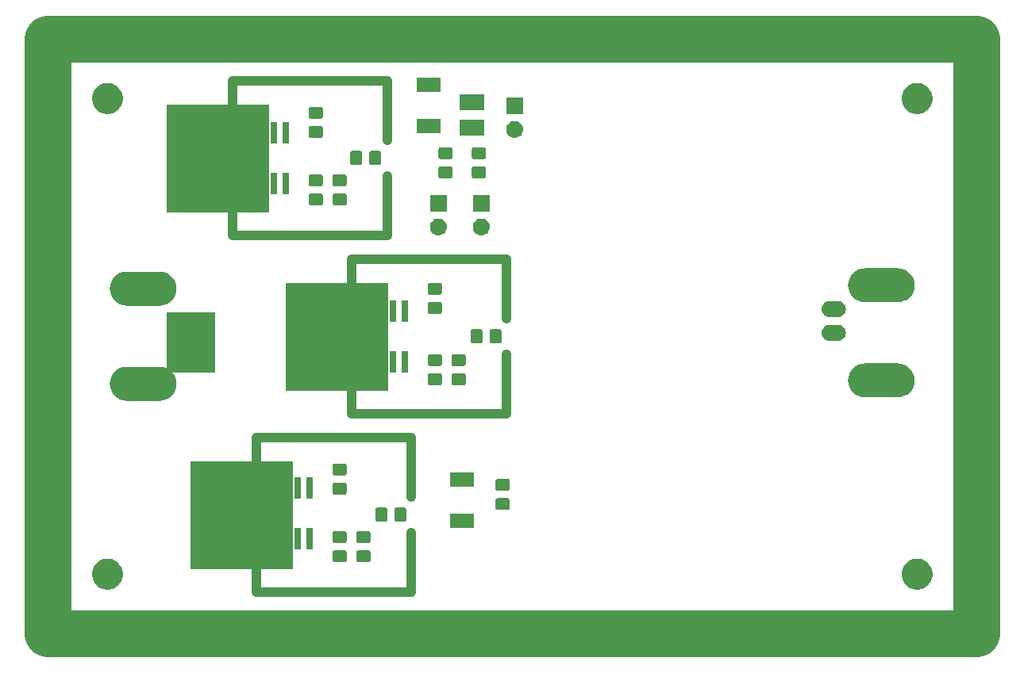
<source format=gbr>
G04 #@! TF.GenerationSoftware,KiCad,Pcbnew,(5.1.0-0)*
G04 #@! TF.CreationDate,2021-05-05T21:59:45-07:00*
G04 #@! TF.ProjectId,voltage_preamp,766f6c74-6167-4655-9f70-7265616d702e,rev?*
G04 #@! TF.SameCoordinates,Original*
G04 #@! TF.FileFunction,Soldermask,Top*
G04 #@! TF.FilePolarity,Negative*
%FSLAX46Y46*%
G04 Gerber Fmt 4.6, Leading zero omitted, Abs format (unit mm)*
G04 Created by KiCad (PCBNEW (5.1.0-0)) date 2021-05-05 21:59:45*
%MOMM*%
%LPD*%
G04 APERTURE LIST*
%ADD10C,0.100000*%
%ADD11C,5.000000*%
%ADD12C,1.000000*%
G04 APERTURE END LIST*
D10*
G36*
X129540000Y-147320000D02*
G01*
X124460000Y-147320000D01*
X124460000Y-140970000D01*
X129540000Y-140970000D01*
X129540000Y-147320000D01*
G37*
X129540000Y-147320000D02*
X124460000Y-147320000D01*
X124460000Y-140970000D01*
X129540000Y-140970000D01*
X129540000Y-147320000D01*
D11*
X111760000Y-111760000D02*
X210820000Y-111760000D01*
X111760000Y-175260000D02*
X111760000Y-111760000D01*
X210820000Y-175260000D02*
X111760000Y-175260000D01*
X210820000Y-111760000D02*
X210820000Y-175260000D01*
D12*
X150495000Y-154305000D02*
X150495000Y-160655000D01*
X133985000Y-154305000D02*
X150495000Y-154305000D01*
X150495000Y-164465000D02*
X150495000Y-170815000D01*
X150495000Y-170815000D02*
X133985000Y-170815000D01*
X133985000Y-154305000D02*
X133985000Y-156845000D01*
X133985000Y-168275000D02*
X133985000Y-170815000D01*
D10*
G36*
X137795000Y-168275000D02*
G01*
X127000000Y-168275000D01*
X127000000Y-156845000D01*
X137795000Y-156845000D01*
X137795000Y-168275000D01*
G37*
X137795000Y-168275000D02*
X127000000Y-168275000D01*
X127000000Y-156845000D01*
X137795000Y-156845000D01*
X137795000Y-168275000D01*
D12*
X160655000Y-135255000D02*
X160655000Y-141605000D01*
X144145000Y-135255000D02*
X160655000Y-135255000D01*
X160655000Y-145415000D02*
X160655000Y-151765000D01*
X160655000Y-151765000D02*
X144145000Y-151765000D01*
X144145000Y-135255000D02*
X144145000Y-137795000D01*
X144145000Y-149225000D02*
X144145000Y-151765000D01*
D10*
G36*
X147955000Y-149225000D02*
G01*
X137160000Y-149225000D01*
X137160000Y-137795000D01*
X147955000Y-137795000D01*
X147955000Y-149225000D01*
G37*
X147955000Y-149225000D02*
X137160000Y-149225000D01*
X137160000Y-137795000D01*
X147955000Y-137795000D01*
X147955000Y-149225000D01*
G36*
X135255000Y-130175000D02*
G01*
X124460000Y-130175000D01*
X124460000Y-118745000D01*
X135255000Y-118745000D01*
X135255000Y-130175000D01*
G37*
X135255000Y-130175000D02*
X124460000Y-130175000D01*
X124460000Y-118745000D01*
X135255000Y-118745000D01*
X135255000Y-130175000D01*
D12*
X131445000Y-130175000D02*
X131445000Y-132715000D01*
X147955000Y-132715000D02*
X131445000Y-132715000D01*
X147955000Y-126365000D02*
X147955000Y-132715000D01*
X147955000Y-116205000D02*
X147955000Y-122555000D01*
X131445000Y-116205000D02*
X131445000Y-118745000D01*
X131445000Y-116205000D02*
X147955000Y-116205000D01*
D10*
G36*
X204845256Y-167301298D02*
G01*
X204951579Y-167322447D01*
X205252042Y-167446903D01*
X205522451Y-167627585D01*
X205752415Y-167857549D01*
X205933097Y-168127958D01*
X206057553Y-168428421D01*
X206121000Y-168747391D01*
X206121000Y-169072609D01*
X206057553Y-169391579D01*
X205933097Y-169692042D01*
X205752415Y-169962451D01*
X205522451Y-170192415D01*
X205252042Y-170373097D01*
X204951579Y-170497553D01*
X204845256Y-170518702D01*
X204632611Y-170561000D01*
X204307389Y-170561000D01*
X204094744Y-170518702D01*
X203988421Y-170497553D01*
X203687958Y-170373097D01*
X203417549Y-170192415D01*
X203187585Y-169962451D01*
X203006903Y-169692042D01*
X202882447Y-169391579D01*
X202819000Y-169072609D01*
X202819000Y-168747391D01*
X202882447Y-168428421D01*
X203006903Y-168127958D01*
X203187585Y-167857549D01*
X203417549Y-167627585D01*
X203687958Y-167446903D01*
X203988421Y-167322447D01*
X204094744Y-167301298D01*
X204307389Y-167259000D01*
X204632611Y-167259000D01*
X204845256Y-167301298D01*
X204845256Y-167301298D01*
G37*
G36*
X118485256Y-167301298D02*
G01*
X118591579Y-167322447D01*
X118892042Y-167446903D01*
X119162451Y-167627585D01*
X119392415Y-167857549D01*
X119573097Y-168127958D01*
X119697553Y-168428421D01*
X119761000Y-168747391D01*
X119761000Y-169072609D01*
X119697553Y-169391579D01*
X119573097Y-169692042D01*
X119392415Y-169962451D01*
X119162451Y-170192415D01*
X118892042Y-170373097D01*
X118591579Y-170497553D01*
X118485256Y-170518702D01*
X118272611Y-170561000D01*
X117947389Y-170561000D01*
X117734744Y-170518702D01*
X117628421Y-170497553D01*
X117327958Y-170373097D01*
X117057549Y-170192415D01*
X116827585Y-169962451D01*
X116646903Y-169692042D01*
X116522447Y-169391579D01*
X116459000Y-169072609D01*
X116459000Y-168747391D01*
X116522447Y-168428421D01*
X116646903Y-168127958D01*
X116827585Y-167857549D01*
X117057549Y-167627585D01*
X117327958Y-167446903D01*
X117628421Y-167322447D01*
X117734744Y-167301298D01*
X117947389Y-167259000D01*
X118272611Y-167259000D01*
X118485256Y-167301298D01*
X118485256Y-167301298D01*
G37*
G36*
X146003674Y-166383465D02*
G01*
X146041367Y-166394899D01*
X146076103Y-166413466D01*
X146106548Y-166438452D01*
X146131534Y-166468897D01*
X146150101Y-166503633D01*
X146161535Y-166541326D01*
X146166000Y-166586661D01*
X146166000Y-167423339D01*
X146161535Y-167468674D01*
X146150101Y-167506367D01*
X146131534Y-167541103D01*
X146106548Y-167571548D01*
X146076103Y-167596534D01*
X146041367Y-167615101D01*
X146003674Y-167626535D01*
X145958339Y-167631000D01*
X144871661Y-167631000D01*
X144826326Y-167626535D01*
X144788633Y-167615101D01*
X144753897Y-167596534D01*
X144723452Y-167571548D01*
X144698466Y-167541103D01*
X144679899Y-167506367D01*
X144668465Y-167468674D01*
X144664000Y-167423339D01*
X144664000Y-166586661D01*
X144668465Y-166541326D01*
X144679899Y-166503633D01*
X144698466Y-166468897D01*
X144723452Y-166438452D01*
X144753897Y-166413466D01*
X144788633Y-166394899D01*
X144826326Y-166383465D01*
X144871661Y-166379000D01*
X145958339Y-166379000D01*
X146003674Y-166383465D01*
X146003674Y-166383465D01*
G37*
G36*
X143463674Y-166383465D02*
G01*
X143501367Y-166394899D01*
X143536103Y-166413466D01*
X143566548Y-166438452D01*
X143591534Y-166468897D01*
X143610101Y-166503633D01*
X143621535Y-166541326D01*
X143626000Y-166586661D01*
X143626000Y-167423339D01*
X143621535Y-167468674D01*
X143610101Y-167506367D01*
X143591534Y-167541103D01*
X143566548Y-167571548D01*
X143536103Y-167596534D01*
X143501367Y-167615101D01*
X143463674Y-167626535D01*
X143418339Y-167631000D01*
X142331661Y-167631000D01*
X142286326Y-167626535D01*
X142248633Y-167615101D01*
X142213897Y-167596534D01*
X142183452Y-167571548D01*
X142158466Y-167541103D01*
X142139899Y-167506367D01*
X142128465Y-167468674D01*
X142124000Y-167423339D01*
X142124000Y-166586661D01*
X142128465Y-166541326D01*
X142139899Y-166503633D01*
X142158466Y-166468897D01*
X142183452Y-166438452D01*
X142213897Y-166413466D01*
X142248633Y-166394899D01*
X142286326Y-166383465D01*
X142331661Y-166379000D01*
X143418339Y-166379000D01*
X143463674Y-166383465D01*
X143463674Y-166383465D01*
G37*
G36*
X140051000Y-166251000D02*
G01*
X139349000Y-166251000D01*
X139349000Y-163949000D01*
X140051000Y-163949000D01*
X140051000Y-166251000D01*
X140051000Y-166251000D01*
G37*
G36*
X138781000Y-166251000D02*
G01*
X138079000Y-166251000D01*
X138079000Y-163949000D01*
X138781000Y-163949000D01*
X138781000Y-166251000D01*
X138781000Y-166251000D01*
G37*
G36*
X137511000Y-166251000D02*
G01*
X136809000Y-166251000D01*
X136809000Y-163949000D01*
X137511000Y-163949000D01*
X137511000Y-166251000D01*
X137511000Y-166251000D01*
G37*
G36*
X136241000Y-166251000D02*
G01*
X135539000Y-166251000D01*
X135539000Y-163949000D01*
X136241000Y-163949000D01*
X136241000Y-166251000D01*
X136241000Y-166251000D01*
G37*
G36*
X146003674Y-164333465D02*
G01*
X146041367Y-164344899D01*
X146076103Y-164363466D01*
X146106548Y-164388452D01*
X146131534Y-164418897D01*
X146150101Y-164453633D01*
X146161535Y-164491326D01*
X146166000Y-164536661D01*
X146166000Y-165373339D01*
X146161535Y-165418674D01*
X146150101Y-165456367D01*
X146131534Y-165491103D01*
X146106548Y-165521548D01*
X146076103Y-165546534D01*
X146041367Y-165565101D01*
X146003674Y-165576535D01*
X145958339Y-165581000D01*
X144871661Y-165581000D01*
X144826326Y-165576535D01*
X144788633Y-165565101D01*
X144753897Y-165546534D01*
X144723452Y-165521548D01*
X144698466Y-165491103D01*
X144679899Y-165456367D01*
X144668465Y-165418674D01*
X144664000Y-165373339D01*
X144664000Y-164536661D01*
X144668465Y-164491326D01*
X144679899Y-164453633D01*
X144698466Y-164418897D01*
X144723452Y-164388452D01*
X144753897Y-164363466D01*
X144788633Y-164344899D01*
X144826326Y-164333465D01*
X144871661Y-164329000D01*
X145958339Y-164329000D01*
X146003674Y-164333465D01*
X146003674Y-164333465D01*
G37*
G36*
X143463674Y-164333465D02*
G01*
X143501367Y-164344899D01*
X143536103Y-164363466D01*
X143566548Y-164388452D01*
X143591534Y-164418897D01*
X143610101Y-164453633D01*
X143621535Y-164491326D01*
X143626000Y-164536661D01*
X143626000Y-165373339D01*
X143621535Y-165418674D01*
X143610101Y-165456367D01*
X143591534Y-165491103D01*
X143566548Y-165521548D01*
X143536103Y-165546534D01*
X143501367Y-165565101D01*
X143463674Y-165576535D01*
X143418339Y-165581000D01*
X142331661Y-165581000D01*
X142286326Y-165576535D01*
X142248633Y-165565101D01*
X142213897Y-165546534D01*
X142183452Y-165521548D01*
X142158466Y-165491103D01*
X142139899Y-165456367D01*
X142128465Y-165418674D01*
X142124000Y-165373339D01*
X142124000Y-164536661D01*
X142128465Y-164491326D01*
X142139899Y-164453633D01*
X142158466Y-164418897D01*
X142183452Y-164388452D01*
X142213897Y-164363466D01*
X142248633Y-164344899D01*
X142286326Y-164333465D01*
X142331661Y-164329000D01*
X143418339Y-164329000D01*
X143463674Y-164333465D01*
X143463674Y-164333465D01*
G37*
G36*
X157207000Y-164012000D02*
G01*
X154705000Y-164012000D01*
X154705000Y-162460000D01*
X157207000Y-162460000D01*
X157207000Y-164012000D01*
X157207000Y-164012000D01*
G37*
G36*
X131838000Y-163461000D02*
G01*
X130036000Y-163461000D01*
X130036000Y-161659000D01*
X131838000Y-161659000D01*
X131838000Y-163461000D01*
X131838000Y-163461000D01*
G37*
G36*
X149833674Y-161813465D02*
G01*
X149871367Y-161824899D01*
X149906103Y-161843466D01*
X149936548Y-161868452D01*
X149961534Y-161898897D01*
X149980101Y-161933633D01*
X149991535Y-161971326D01*
X149996000Y-162016661D01*
X149996000Y-163103339D01*
X149991535Y-163148674D01*
X149980101Y-163186367D01*
X149961534Y-163221103D01*
X149936548Y-163251548D01*
X149906103Y-163276534D01*
X149871367Y-163295101D01*
X149833674Y-163306535D01*
X149788339Y-163311000D01*
X148951661Y-163311000D01*
X148906326Y-163306535D01*
X148868633Y-163295101D01*
X148833897Y-163276534D01*
X148803452Y-163251548D01*
X148778466Y-163221103D01*
X148759899Y-163186367D01*
X148748465Y-163148674D01*
X148744000Y-163103339D01*
X148744000Y-162016661D01*
X148748465Y-161971326D01*
X148759899Y-161933633D01*
X148778466Y-161898897D01*
X148803452Y-161868452D01*
X148833897Y-161843466D01*
X148868633Y-161824899D01*
X148906326Y-161813465D01*
X148951661Y-161809000D01*
X149788339Y-161809000D01*
X149833674Y-161813465D01*
X149833674Y-161813465D01*
G37*
G36*
X147783674Y-161813465D02*
G01*
X147821367Y-161824899D01*
X147856103Y-161843466D01*
X147886548Y-161868452D01*
X147911534Y-161898897D01*
X147930101Y-161933633D01*
X147941535Y-161971326D01*
X147946000Y-162016661D01*
X147946000Y-163103339D01*
X147941535Y-163148674D01*
X147930101Y-163186367D01*
X147911534Y-163221103D01*
X147886548Y-163251548D01*
X147856103Y-163276534D01*
X147821367Y-163295101D01*
X147783674Y-163306535D01*
X147738339Y-163311000D01*
X146901661Y-163311000D01*
X146856326Y-163306535D01*
X146818633Y-163295101D01*
X146783897Y-163276534D01*
X146753452Y-163251548D01*
X146728466Y-163221103D01*
X146709899Y-163186367D01*
X146698465Y-163148674D01*
X146694000Y-163103339D01*
X146694000Y-162016661D01*
X146698465Y-161971326D01*
X146709899Y-161933633D01*
X146728466Y-161898897D01*
X146753452Y-161868452D01*
X146783897Y-161843466D01*
X146818633Y-161824899D01*
X146856326Y-161813465D01*
X146901661Y-161809000D01*
X147738339Y-161809000D01*
X147783674Y-161813465D01*
X147783674Y-161813465D01*
G37*
G36*
X160862674Y-160804465D02*
G01*
X160900367Y-160815899D01*
X160935103Y-160834466D01*
X160965548Y-160859452D01*
X160990534Y-160889897D01*
X161009101Y-160924633D01*
X161020535Y-160962326D01*
X161025000Y-161007661D01*
X161025000Y-161844339D01*
X161020535Y-161889674D01*
X161009101Y-161927367D01*
X160990534Y-161962103D01*
X160965548Y-161992548D01*
X160935103Y-162017534D01*
X160900367Y-162036101D01*
X160862674Y-162047535D01*
X160817339Y-162052000D01*
X159730661Y-162052000D01*
X159685326Y-162047535D01*
X159647633Y-162036101D01*
X159612897Y-162017534D01*
X159582452Y-161992548D01*
X159557466Y-161962103D01*
X159538899Y-161927367D01*
X159527465Y-161889674D01*
X159523000Y-161844339D01*
X159523000Y-161007661D01*
X159527465Y-160962326D01*
X159538899Y-160924633D01*
X159557466Y-160889897D01*
X159582452Y-160859452D01*
X159612897Y-160834466D01*
X159647633Y-160815899D01*
X159685326Y-160804465D01*
X159730661Y-160800000D01*
X160817339Y-160800000D01*
X160862674Y-160804465D01*
X160862674Y-160804465D01*
G37*
G36*
X136241000Y-160851000D02*
G01*
X135539000Y-160851000D01*
X135539000Y-158549000D01*
X136241000Y-158549000D01*
X136241000Y-160851000D01*
X136241000Y-160851000D01*
G37*
G36*
X137511000Y-160851000D02*
G01*
X136809000Y-160851000D01*
X136809000Y-158549000D01*
X137511000Y-158549000D01*
X137511000Y-160851000D01*
X137511000Y-160851000D01*
G37*
G36*
X140051000Y-160851000D02*
G01*
X139349000Y-160851000D01*
X139349000Y-158549000D01*
X140051000Y-158549000D01*
X140051000Y-160851000D01*
X140051000Y-160851000D01*
G37*
G36*
X138781000Y-160851000D02*
G01*
X138079000Y-160851000D01*
X138079000Y-158549000D01*
X138781000Y-158549000D01*
X138781000Y-160851000D01*
X138781000Y-160851000D01*
G37*
G36*
X143463674Y-159153465D02*
G01*
X143501367Y-159164899D01*
X143536103Y-159183466D01*
X143566548Y-159208452D01*
X143591534Y-159238897D01*
X143610101Y-159273633D01*
X143621535Y-159311326D01*
X143626000Y-159356661D01*
X143626000Y-160193339D01*
X143621535Y-160238674D01*
X143610101Y-160276367D01*
X143591534Y-160311103D01*
X143566548Y-160341548D01*
X143536103Y-160366534D01*
X143501367Y-160385101D01*
X143463674Y-160396535D01*
X143418339Y-160401000D01*
X142331661Y-160401000D01*
X142286326Y-160396535D01*
X142248633Y-160385101D01*
X142213897Y-160366534D01*
X142183452Y-160341548D01*
X142158466Y-160311103D01*
X142139899Y-160276367D01*
X142128465Y-160238674D01*
X142124000Y-160193339D01*
X142124000Y-159356661D01*
X142128465Y-159311326D01*
X142139899Y-159273633D01*
X142158466Y-159238897D01*
X142183452Y-159208452D01*
X142213897Y-159183466D01*
X142248633Y-159164899D01*
X142286326Y-159153465D01*
X142331661Y-159149000D01*
X143418339Y-159149000D01*
X143463674Y-159153465D01*
X143463674Y-159153465D01*
G37*
G36*
X160862674Y-158754465D02*
G01*
X160900367Y-158765899D01*
X160935103Y-158784466D01*
X160965548Y-158809452D01*
X160990534Y-158839897D01*
X161009101Y-158874633D01*
X161020535Y-158912326D01*
X161025000Y-158957661D01*
X161025000Y-159794339D01*
X161020535Y-159839674D01*
X161009101Y-159877367D01*
X160990534Y-159912103D01*
X160965548Y-159942548D01*
X160935103Y-159967534D01*
X160900367Y-159986101D01*
X160862674Y-159997535D01*
X160817339Y-160002000D01*
X159730661Y-160002000D01*
X159685326Y-159997535D01*
X159647633Y-159986101D01*
X159612897Y-159967534D01*
X159582452Y-159942548D01*
X159557466Y-159912103D01*
X159538899Y-159877367D01*
X159527465Y-159839674D01*
X159523000Y-159794339D01*
X159523000Y-158957661D01*
X159527465Y-158912326D01*
X159538899Y-158874633D01*
X159557466Y-158839897D01*
X159582452Y-158809452D01*
X159612897Y-158784466D01*
X159647633Y-158765899D01*
X159685326Y-158754465D01*
X159730661Y-158750000D01*
X160817339Y-158750000D01*
X160862674Y-158754465D01*
X160862674Y-158754465D01*
G37*
G36*
X157207000Y-159612000D02*
G01*
X154705000Y-159612000D01*
X154705000Y-158060000D01*
X157207000Y-158060000D01*
X157207000Y-159612000D01*
X157207000Y-159612000D01*
G37*
G36*
X143463674Y-157103465D02*
G01*
X143501367Y-157114899D01*
X143536103Y-157133466D01*
X143566548Y-157158452D01*
X143591534Y-157188897D01*
X143610101Y-157223633D01*
X143621535Y-157261326D01*
X143626000Y-157306661D01*
X143626000Y-158143339D01*
X143621535Y-158188674D01*
X143610101Y-158226367D01*
X143591534Y-158261103D01*
X143566548Y-158291548D01*
X143536103Y-158316534D01*
X143501367Y-158335101D01*
X143463674Y-158346535D01*
X143418339Y-158351000D01*
X142331661Y-158351000D01*
X142286326Y-158346535D01*
X142248633Y-158335101D01*
X142213897Y-158316534D01*
X142183452Y-158291548D01*
X142158466Y-158261103D01*
X142139899Y-158226367D01*
X142128465Y-158188674D01*
X142124000Y-158143339D01*
X142124000Y-157306661D01*
X142128465Y-157261326D01*
X142139899Y-157223633D01*
X142158466Y-157188897D01*
X142183452Y-157158452D01*
X142213897Y-157133466D01*
X142248633Y-157114899D01*
X142286326Y-157103465D01*
X142331661Y-157099000D01*
X143418339Y-157099000D01*
X143463674Y-157103465D01*
X143463674Y-157103465D01*
G37*
G36*
X123846669Y-146797686D02*
G01*
X124023058Y-146815059D01*
X124362548Y-146918042D01*
X124362550Y-146918043D01*
X124675422Y-147085277D01*
X124949661Y-147310339D01*
X125174723Y-147584578D01*
X125341957Y-147897450D01*
X125341958Y-147897452D01*
X125444941Y-148236942D01*
X125479714Y-148590000D01*
X125444941Y-148943058D01*
X125362623Y-149214423D01*
X125341957Y-149282550D01*
X125174723Y-149595422D01*
X124949661Y-149869661D01*
X124675422Y-150094723D01*
X124362550Y-150261957D01*
X124362548Y-150261958D01*
X124023058Y-150364941D01*
X123846669Y-150382314D01*
X123758476Y-150391000D01*
X120081524Y-150391000D01*
X119993331Y-150382314D01*
X119816942Y-150364941D01*
X119477452Y-150261958D01*
X119477450Y-150261957D01*
X119164578Y-150094723D01*
X118890339Y-149869661D01*
X118665277Y-149595422D01*
X118498043Y-149282550D01*
X118477377Y-149214423D01*
X118395059Y-148943058D01*
X118360286Y-148590000D01*
X118395059Y-148236942D01*
X118498042Y-147897452D01*
X118498043Y-147897450D01*
X118665277Y-147584578D01*
X118890339Y-147310339D01*
X119164578Y-147085277D01*
X119477450Y-146918043D01*
X119477452Y-146918042D01*
X119816942Y-146815059D01*
X119993331Y-146797686D01*
X120081524Y-146789000D01*
X123758476Y-146789000D01*
X123846669Y-146797686D01*
X123846669Y-146797686D01*
G37*
G36*
X202586669Y-146416686D02*
G01*
X202763058Y-146434059D01*
X203102548Y-146537042D01*
X203102550Y-146537043D01*
X203415422Y-146704277D01*
X203689661Y-146929339D01*
X203914723Y-147203578D01*
X204065530Y-147485718D01*
X204081958Y-147516452D01*
X204184941Y-147855942D01*
X204219714Y-148209000D01*
X204184941Y-148562058D01*
X204081958Y-148901548D01*
X204081957Y-148901550D01*
X203914723Y-149214422D01*
X203689661Y-149488661D01*
X203415422Y-149713723D01*
X203123683Y-149869661D01*
X203102548Y-149880958D01*
X202763058Y-149983941D01*
X202586669Y-150001314D01*
X202498476Y-150010000D01*
X198821524Y-150010000D01*
X198733331Y-150001314D01*
X198556942Y-149983941D01*
X198217452Y-149880958D01*
X198196317Y-149869661D01*
X197904578Y-149713723D01*
X197630339Y-149488661D01*
X197405277Y-149214422D01*
X197238043Y-148901550D01*
X197238042Y-148901548D01*
X197135059Y-148562058D01*
X197100286Y-148209000D01*
X197135059Y-147855942D01*
X197238042Y-147516452D01*
X197254470Y-147485718D01*
X197405277Y-147203578D01*
X197630339Y-146929339D01*
X197904578Y-146704277D01*
X198217450Y-146537043D01*
X198217452Y-146537042D01*
X198556942Y-146434059D01*
X198733331Y-146416686D01*
X198821524Y-146408000D01*
X202498476Y-146408000D01*
X202586669Y-146416686D01*
X202586669Y-146416686D01*
G37*
G36*
X156163674Y-147478465D02*
G01*
X156201367Y-147489899D01*
X156236103Y-147508466D01*
X156266548Y-147533452D01*
X156291534Y-147563897D01*
X156310101Y-147598633D01*
X156321535Y-147636326D01*
X156326000Y-147681661D01*
X156326000Y-148518339D01*
X156321535Y-148563674D01*
X156310101Y-148601367D01*
X156291534Y-148636103D01*
X156266548Y-148666548D01*
X156236103Y-148691534D01*
X156201367Y-148710101D01*
X156163674Y-148721535D01*
X156118339Y-148726000D01*
X155031661Y-148726000D01*
X154986326Y-148721535D01*
X154948633Y-148710101D01*
X154913897Y-148691534D01*
X154883452Y-148666548D01*
X154858466Y-148636103D01*
X154839899Y-148601367D01*
X154828465Y-148563674D01*
X154824000Y-148518339D01*
X154824000Y-147681661D01*
X154828465Y-147636326D01*
X154839899Y-147598633D01*
X154858466Y-147563897D01*
X154883452Y-147533452D01*
X154913897Y-147508466D01*
X154948633Y-147489899D01*
X154986326Y-147478465D01*
X155031661Y-147474000D01*
X156118339Y-147474000D01*
X156163674Y-147478465D01*
X156163674Y-147478465D01*
G37*
G36*
X153623674Y-147469465D02*
G01*
X153661367Y-147480899D01*
X153696103Y-147499466D01*
X153726548Y-147524452D01*
X153751534Y-147554897D01*
X153770101Y-147589633D01*
X153781535Y-147627326D01*
X153786000Y-147672661D01*
X153786000Y-148509339D01*
X153781535Y-148554674D01*
X153770101Y-148592367D01*
X153751534Y-148627103D01*
X153726548Y-148657548D01*
X153696103Y-148682534D01*
X153661367Y-148701101D01*
X153623674Y-148712535D01*
X153578339Y-148717000D01*
X152491661Y-148717000D01*
X152446326Y-148712535D01*
X152408633Y-148701101D01*
X152373897Y-148682534D01*
X152343452Y-148657548D01*
X152318466Y-148627103D01*
X152299899Y-148592367D01*
X152288465Y-148554674D01*
X152284000Y-148509339D01*
X152284000Y-147672661D01*
X152288465Y-147627326D01*
X152299899Y-147589633D01*
X152318466Y-147554897D01*
X152343452Y-147524452D01*
X152373897Y-147499466D01*
X152408633Y-147480899D01*
X152446326Y-147469465D01*
X152491661Y-147465000D01*
X153578339Y-147465000D01*
X153623674Y-147469465D01*
X153623674Y-147469465D01*
G37*
G36*
X148941000Y-147361000D02*
G01*
X148239000Y-147361000D01*
X148239000Y-145059000D01*
X148941000Y-145059000D01*
X148941000Y-147361000D01*
X148941000Y-147361000D01*
G37*
G36*
X150211000Y-147361000D02*
G01*
X149509000Y-147361000D01*
X149509000Y-145059000D01*
X150211000Y-145059000D01*
X150211000Y-147361000D01*
X150211000Y-147361000D01*
G37*
G36*
X147671000Y-147361000D02*
G01*
X146969000Y-147361000D01*
X146969000Y-145059000D01*
X147671000Y-145059000D01*
X147671000Y-147361000D01*
X147671000Y-147361000D01*
G37*
G36*
X146401000Y-147361000D02*
G01*
X145699000Y-147361000D01*
X145699000Y-145059000D01*
X146401000Y-145059000D01*
X146401000Y-147361000D01*
X146401000Y-147361000D01*
G37*
G36*
X127616823Y-145211313D02*
G01*
X127777242Y-145259976D01*
X127909906Y-145330886D01*
X127925078Y-145338996D01*
X128054659Y-145445341D01*
X128161004Y-145574922D01*
X128161005Y-145574924D01*
X128240024Y-145722758D01*
X128288687Y-145883177D01*
X128305117Y-146050000D01*
X128288687Y-146216823D01*
X128240024Y-146377242D01*
X128174952Y-146498983D01*
X128161004Y-146525078D01*
X128054659Y-146654659D01*
X127925078Y-146761004D01*
X127925076Y-146761005D01*
X127777242Y-146840024D01*
X127616823Y-146888687D01*
X127491804Y-146901000D01*
X126508196Y-146901000D01*
X126383177Y-146888687D01*
X126222758Y-146840024D01*
X126074924Y-146761005D01*
X126074922Y-146761004D01*
X125945341Y-146654659D01*
X125838996Y-146525078D01*
X125825048Y-146498983D01*
X125759976Y-146377242D01*
X125711313Y-146216823D01*
X125694883Y-146050000D01*
X125711313Y-145883177D01*
X125759976Y-145722758D01*
X125838995Y-145574924D01*
X125838996Y-145574922D01*
X125945341Y-145445341D01*
X126074922Y-145338996D01*
X126090094Y-145330886D01*
X126222758Y-145259976D01*
X126383177Y-145211313D01*
X126508196Y-145199000D01*
X127491804Y-145199000D01*
X127616823Y-145211313D01*
X127616823Y-145211313D01*
G37*
G36*
X156163674Y-145428465D02*
G01*
X156201367Y-145439899D01*
X156236103Y-145458466D01*
X156266548Y-145483452D01*
X156291534Y-145513897D01*
X156310101Y-145548633D01*
X156321535Y-145586326D01*
X156326000Y-145631661D01*
X156326000Y-146468339D01*
X156321535Y-146513674D01*
X156310101Y-146551367D01*
X156291534Y-146586103D01*
X156266548Y-146616548D01*
X156236103Y-146641534D01*
X156201367Y-146660101D01*
X156163674Y-146671535D01*
X156118339Y-146676000D01*
X155031661Y-146676000D01*
X154986326Y-146671535D01*
X154948633Y-146660101D01*
X154913897Y-146641534D01*
X154883452Y-146616548D01*
X154858466Y-146586103D01*
X154839899Y-146551367D01*
X154828465Y-146513674D01*
X154824000Y-146468339D01*
X154824000Y-145631661D01*
X154828465Y-145586326D01*
X154839899Y-145548633D01*
X154858466Y-145513897D01*
X154883452Y-145483452D01*
X154913897Y-145458466D01*
X154948633Y-145439899D01*
X154986326Y-145428465D01*
X155031661Y-145424000D01*
X156118339Y-145424000D01*
X156163674Y-145428465D01*
X156163674Y-145428465D01*
G37*
G36*
X153623674Y-145419465D02*
G01*
X153661367Y-145430899D01*
X153696103Y-145449466D01*
X153726548Y-145474452D01*
X153751534Y-145504897D01*
X153770101Y-145539633D01*
X153781535Y-145577326D01*
X153786000Y-145622661D01*
X153786000Y-146459339D01*
X153781535Y-146504674D01*
X153770101Y-146542367D01*
X153751534Y-146577103D01*
X153726548Y-146607548D01*
X153696103Y-146632534D01*
X153661367Y-146651101D01*
X153623674Y-146662535D01*
X153578339Y-146667000D01*
X152491661Y-146667000D01*
X152446326Y-146662535D01*
X152408633Y-146651101D01*
X152373897Y-146632534D01*
X152343452Y-146607548D01*
X152318466Y-146577103D01*
X152299899Y-146542367D01*
X152288465Y-146504674D01*
X152284000Y-146459339D01*
X152284000Y-145622661D01*
X152288465Y-145577326D01*
X152299899Y-145539633D01*
X152318466Y-145504897D01*
X152343452Y-145474452D01*
X152373897Y-145449466D01*
X152408633Y-145430899D01*
X152446326Y-145419465D01*
X152491661Y-145415000D01*
X153578339Y-145415000D01*
X153623674Y-145419465D01*
X153623674Y-145419465D01*
G37*
G36*
X141871000Y-144411000D02*
G01*
X140069000Y-144411000D01*
X140069000Y-142609000D01*
X141871000Y-142609000D01*
X141871000Y-144411000D01*
X141871000Y-144411000D01*
G37*
G36*
X127616823Y-142671313D02*
G01*
X127777242Y-142719976D01*
X127889011Y-142779718D01*
X127925078Y-142798996D01*
X128054659Y-142905341D01*
X128161004Y-143034922D01*
X128161005Y-143034924D01*
X128240024Y-143182758D01*
X128288687Y-143343177D01*
X128305117Y-143510000D01*
X128288687Y-143676823D01*
X128240024Y-143837242D01*
X128196310Y-143919025D01*
X128161004Y-143985078D01*
X128054659Y-144114659D01*
X127925078Y-144221004D01*
X127925076Y-144221005D01*
X127777242Y-144300024D01*
X127616823Y-144348687D01*
X127491804Y-144361000D01*
X126508196Y-144361000D01*
X126383177Y-144348687D01*
X126222758Y-144300024D01*
X126074924Y-144221005D01*
X126074922Y-144221004D01*
X125945341Y-144114659D01*
X125838996Y-143985078D01*
X125803690Y-143919025D01*
X125759976Y-143837242D01*
X125711313Y-143676823D01*
X125694883Y-143510000D01*
X125711313Y-143343177D01*
X125759976Y-143182758D01*
X125838995Y-143034924D01*
X125838996Y-143034922D01*
X125945341Y-142905341D01*
X126074922Y-142798996D01*
X126110989Y-142779718D01*
X126222758Y-142719976D01*
X126383177Y-142671313D01*
X126508196Y-142659000D01*
X127491804Y-142659000D01*
X127616823Y-142671313D01*
X127616823Y-142671313D01*
G37*
G36*
X159993674Y-142763465D02*
G01*
X160031367Y-142774899D01*
X160066103Y-142793466D01*
X160096548Y-142818452D01*
X160121534Y-142848897D01*
X160140101Y-142883633D01*
X160151535Y-142921326D01*
X160156000Y-142966661D01*
X160156000Y-144053339D01*
X160151535Y-144098674D01*
X160140101Y-144136367D01*
X160121534Y-144171103D01*
X160096548Y-144201548D01*
X160066103Y-144226534D01*
X160031367Y-144245101D01*
X159993674Y-144256535D01*
X159948339Y-144261000D01*
X159111661Y-144261000D01*
X159066326Y-144256535D01*
X159028633Y-144245101D01*
X158993897Y-144226534D01*
X158963452Y-144201548D01*
X158938466Y-144171103D01*
X158919899Y-144136367D01*
X158908465Y-144098674D01*
X158904000Y-144053339D01*
X158904000Y-142966661D01*
X158908465Y-142921326D01*
X158919899Y-142883633D01*
X158938466Y-142848897D01*
X158963452Y-142818452D01*
X158993897Y-142793466D01*
X159028633Y-142774899D01*
X159066326Y-142763465D01*
X159111661Y-142759000D01*
X159948339Y-142759000D01*
X159993674Y-142763465D01*
X159993674Y-142763465D01*
G37*
G36*
X157943674Y-142763465D02*
G01*
X157981367Y-142774899D01*
X158016103Y-142793466D01*
X158046548Y-142818452D01*
X158071534Y-142848897D01*
X158090101Y-142883633D01*
X158101535Y-142921326D01*
X158106000Y-142966661D01*
X158106000Y-144053339D01*
X158101535Y-144098674D01*
X158090101Y-144136367D01*
X158071534Y-144171103D01*
X158046548Y-144201548D01*
X158016103Y-144226534D01*
X157981367Y-144245101D01*
X157943674Y-144256535D01*
X157898339Y-144261000D01*
X157061661Y-144261000D01*
X157016326Y-144256535D01*
X156978633Y-144245101D01*
X156943897Y-144226534D01*
X156913452Y-144201548D01*
X156888466Y-144171103D01*
X156869899Y-144136367D01*
X156858465Y-144098674D01*
X156854000Y-144053339D01*
X156854000Y-142966661D01*
X156858465Y-142921326D01*
X156869899Y-142883633D01*
X156888466Y-142848897D01*
X156913452Y-142818452D01*
X156943897Y-142793466D01*
X156978633Y-142774899D01*
X157016326Y-142763465D01*
X157061661Y-142759000D01*
X157898339Y-142759000D01*
X157943674Y-142763465D01*
X157943674Y-142763465D01*
G37*
G36*
X196196823Y-142290313D02*
G01*
X196357242Y-142338976D01*
X196489906Y-142409886D01*
X196505078Y-142417996D01*
X196634659Y-142524341D01*
X196741004Y-142653922D01*
X196741005Y-142653924D01*
X196820024Y-142801758D01*
X196868687Y-142962177D01*
X196885117Y-143129000D01*
X196868687Y-143295823D01*
X196820024Y-143456242D01*
X196749114Y-143588906D01*
X196741004Y-143604078D01*
X196634659Y-143733659D01*
X196505078Y-143840004D01*
X196505076Y-143840005D01*
X196357242Y-143919024D01*
X196196823Y-143967687D01*
X196071804Y-143980000D01*
X195088196Y-143980000D01*
X194963177Y-143967687D01*
X194802758Y-143919024D01*
X194654924Y-143840005D01*
X194654922Y-143840004D01*
X194525341Y-143733659D01*
X194418996Y-143604078D01*
X194410886Y-143588906D01*
X194339976Y-143456242D01*
X194291313Y-143295823D01*
X194274883Y-143129000D01*
X194291313Y-142962177D01*
X194339976Y-142801758D01*
X194418995Y-142653924D01*
X194418996Y-142653922D01*
X194525341Y-142524341D01*
X194654922Y-142417996D01*
X194670094Y-142409886D01*
X194802758Y-142338976D01*
X194963177Y-142290313D01*
X195088196Y-142278000D01*
X196071804Y-142278000D01*
X196196823Y-142290313D01*
X196196823Y-142290313D01*
G37*
G36*
X150211000Y-141961000D02*
G01*
X149509000Y-141961000D01*
X149509000Y-139659000D01*
X150211000Y-139659000D01*
X150211000Y-141961000D01*
X150211000Y-141961000D01*
G37*
G36*
X147671000Y-141961000D02*
G01*
X146969000Y-141961000D01*
X146969000Y-139659000D01*
X147671000Y-139659000D01*
X147671000Y-141961000D01*
X147671000Y-141961000D01*
G37*
G36*
X146401000Y-141961000D02*
G01*
X145699000Y-141961000D01*
X145699000Y-139659000D01*
X146401000Y-139659000D01*
X146401000Y-141961000D01*
X146401000Y-141961000D01*
G37*
G36*
X148941000Y-141961000D02*
G01*
X148239000Y-141961000D01*
X148239000Y-139659000D01*
X148941000Y-139659000D01*
X148941000Y-141961000D01*
X148941000Y-141961000D01*
G37*
G36*
X196196823Y-139750313D02*
G01*
X196357242Y-139798976D01*
X196468538Y-139858465D01*
X196505078Y-139877996D01*
X196634659Y-139984341D01*
X196741004Y-140113922D01*
X196741005Y-140113924D01*
X196820024Y-140261758D01*
X196868687Y-140422177D01*
X196885117Y-140589000D01*
X196868687Y-140755823D01*
X196820024Y-140916242D01*
X196766647Y-141016103D01*
X196741004Y-141064078D01*
X196634659Y-141193659D01*
X196505078Y-141300004D01*
X196505076Y-141300005D01*
X196357242Y-141379024D01*
X196196823Y-141427687D01*
X196071804Y-141440000D01*
X195088196Y-141440000D01*
X194963177Y-141427687D01*
X194802758Y-141379024D01*
X194654924Y-141300005D01*
X194654922Y-141300004D01*
X194525341Y-141193659D01*
X194418996Y-141064078D01*
X194393353Y-141016103D01*
X194339976Y-140916242D01*
X194291313Y-140755823D01*
X194274883Y-140589000D01*
X194291313Y-140422177D01*
X194339976Y-140261758D01*
X194418995Y-140113924D01*
X194418996Y-140113922D01*
X194525341Y-139984341D01*
X194654922Y-139877996D01*
X194691462Y-139858465D01*
X194802758Y-139798976D01*
X194963177Y-139750313D01*
X195088196Y-139738000D01*
X196071804Y-139738000D01*
X196196823Y-139750313D01*
X196196823Y-139750313D01*
G37*
G36*
X153623674Y-139858465D02*
G01*
X153661367Y-139869899D01*
X153696103Y-139888466D01*
X153726548Y-139913452D01*
X153751534Y-139943897D01*
X153770101Y-139978633D01*
X153781535Y-140016326D01*
X153786000Y-140061661D01*
X153786000Y-140898339D01*
X153781535Y-140943674D01*
X153770101Y-140981367D01*
X153751534Y-141016103D01*
X153726548Y-141046548D01*
X153696103Y-141071534D01*
X153661367Y-141090101D01*
X153623674Y-141101535D01*
X153578339Y-141106000D01*
X152491661Y-141106000D01*
X152446326Y-141101535D01*
X152408633Y-141090101D01*
X152373897Y-141071534D01*
X152343452Y-141046548D01*
X152318466Y-141016103D01*
X152299899Y-140981367D01*
X152288465Y-140943674D01*
X152284000Y-140898339D01*
X152284000Y-140061661D01*
X152288465Y-140016326D01*
X152299899Y-139978633D01*
X152318466Y-139943897D01*
X152343452Y-139913452D01*
X152373897Y-139888466D01*
X152408633Y-139869899D01*
X152446326Y-139858465D01*
X152491661Y-139854000D01*
X153578339Y-139854000D01*
X153623674Y-139858465D01*
X153623674Y-139858465D01*
G37*
G36*
X123846669Y-136637686D02*
G01*
X124023058Y-136655059D01*
X124362548Y-136758042D01*
X124362550Y-136758043D01*
X124675422Y-136925277D01*
X124949661Y-137150339D01*
X125174723Y-137424578D01*
X125341957Y-137737450D01*
X125341958Y-137737452D01*
X125444941Y-138076942D01*
X125479714Y-138430000D01*
X125444941Y-138783058D01*
X125362623Y-139054423D01*
X125341957Y-139122550D01*
X125174723Y-139435422D01*
X124949661Y-139709661D01*
X124675422Y-139934723D01*
X124437938Y-140061661D01*
X124362548Y-140101958D01*
X124023058Y-140204941D01*
X123846669Y-140222314D01*
X123758476Y-140231000D01*
X120081524Y-140231000D01*
X119993331Y-140222314D01*
X119816942Y-140204941D01*
X119477452Y-140101958D01*
X119402062Y-140061661D01*
X119164578Y-139934723D01*
X118890339Y-139709661D01*
X118665277Y-139435422D01*
X118498043Y-139122550D01*
X118477377Y-139054423D01*
X118395059Y-138783058D01*
X118360286Y-138430000D01*
X118395059Y-138076942D01*
X118498042Y-137737452D01*
X118498043Y-137737450D01*
X118665277Y-137424578D01*
X118890339Y-137150339D01*
X119164578Y-136925277D01*
X119477450Y-136758043D01*
X119477452Y-136758042D01*
X119816942Y-136655059D01*
X119993331Y-136637686D01*
X120081524Y-136629000D01*
X123758476Y-136629000D01*
X123846669Y-136637686D01*
X123846669Y-136637686D01*
G37*
G36*
X202586669Y-136256686D02*
G01*
X202763058Y-136274059D01*
X203102548Y-136377042D01*
X203102550Y-136377043D01*
X203415422Y-136544277D01*
X203415424Y-136544278D01*
X203415423Y-136544278D01*
X203689661Y-136769339D01*
X203914722Y-137043577D01*
X204081958Y-137356452D01*
X204184941Y-137695942D01*
X204219714Y-138049000D01*
X204184941Y-138402058D01*
X204081958Y-138741548D01*
X204081957Y-138741550D01*
X203914723Y-139054422D01*
X203689661Y-139328661D01*
X203415422Y-139553723D01*
X203218463Y-139659000D01*
X203102548Y-139720958D01*
X202763058Y-139823941D01*
X202586669Y-139841314D01*
X202498476Y-139850000D01*
X198821524Y-139850000D01*
X198733331Y-139841314D01*
X198556942Y-139823941D01*
X198217452Y-139720958D01*
X198101537Y-139659000D01*
X197904578Y-139553723D01*
X197630339Y-139328661D01*
X197405277Y-139054422D01*
X197238043Y-138741550D01*
X197238042Y-138741548D01*
X197135059Y-138402058D01*
X197100286Y-138049000D01*
X197135059Y-137695942D01*
X197238042Y-137356452D01*
X197405278Y-137043577D01*
X197630339Y-136769339D01*
X197904577Y-136544278D01*
X197904576Y-136544278D01*
X197904578Y-136544277D01*
X198217450Y-136377043D01*
X198217452Y-136377042D01*
X198556942Y-136274059D01*
X198733331Y-136256686D01*
X198821524Y-136248000D01*
X202498476Y-136248000D01*
X202586669Y-136256686D01*
X202586669Y-136256686D01*
G37*
G36*
X153623674Y-137808465D02*
G01*
X153661367Y-137819899D01*
X153696103Y-137838466D01*
X153726548Y-137863452D01*
X153751534Y-137893897D01*
X153770101Y-137928633D01*
X153781535Y-137966326D01*
X153786000Y-138011661D01*
X153786000Y-138848339D01*
X153781535Y-138893674D01*
X153770101Y-138931367D01*
X153751534Y-138966103D01*
X153726548Y-138996548D01*
X153696103Y-139021534D01*
X153661367Y-139040101D01*
X153623674Y-139051535D01*
X153578339Y-139056000D01*
X152491661Y-139056000D01*
X152446326Y-139051535D01*
X152408633Y-139040101D01*
X152373897Y-139021534D01*
X152343452Y-138996548D01*
X152318466Y-138966103D01*
X152299899Y-138931367D01*
X152288465Y-138893674D01*
X152284000Y-138848339D01*
X152284000Y-138011661D01*
X152288465Y-137966326D01*
X152299899Y-137928633D01*
X152318466Y-137893897D01*
X152343452Y-137863452D01*
X152373897Y-137838466D01*
X152408633Y-137819899D01*
X152446326Y-137808465D01*
X152491661Y-137804000D01*
X153578339Y-137804000D01*
X153623674Y-137808465D01*
X153623674Y-137808465D01*
G37*
G36*
X158098443Y-130931519D02*
G01*
X158164627Y-130938037D01*
X158334466Y-130989557D01*
X158490991Y-131073222D01*
X158526729Y-131102552D01*
X158628186Y-131185814D01*
X158711448Y-131287271D01*
X158740778Y-131323009D01*
X158824443Y-131479534D01*
X158875963Y-131649373D01*
X158893359Y-131826000D01*
X158875963Y-132002627D01*
X158824443Y-132172466D01*
X158740778Y-132328991D01*
X158711448Y-132364729D01*
X158628186Y-132466186D01*
X158526729Y-132549448D01*
X158490991Y-132578778D01*
X158334466Y-132662443D01*
X158164627Y-132713963D01*
X158098443Y-132720481D01*
X158032260Y-132727000D01*
X157943740Y-132727000D01*
X157877557Y-132720481D01*
X157811373Y-132713963D01*
X157641534Y-132662443D01*
X157485009Y-132578778D01*
X157449271Y-132549448D01*
X157347814Y-132466186D01*
X157264552Y-132364729D01*
X157235222Y-132328991D01*
X157151557Y-132172466D01*
X157100037Y-132002627D01*
X157082641Y-131826000D01*
X157100037Y-131649373D01*
X157151557Y-131479534D01*
X157235222Y-131323009D01*
X157264552Y-131287271D01*
X157347814Y-131185814D01*
X157449271Y-131102552D01*
X157485009Y-131073222D01*
X157641534Y-130989557D01*
X157811373Y-130938037D01*
X157877557Y-130931519D01*
X157943740Y-130925000D01*
X158032260Y-130925000D01*
X158098443Y-130931519D01*
X158098443Y-130931519D01*
G37*
G36*
X153526443Y-130931519D02*
G01*
X153592627Y-130938037D01*
X153762466Y-130989557D01*
X153918991Y-131073222D01*
X153954729Y-131102552D01*
X154056186Y-131185814D01*
X154139448Y-131287271D01*
X154168778Y-131323009D01*
X154252443Y-131479534D01*
X154303963Y-131649373D01*
X154321359Y-131826000D01*
X154303963Y-132002627D01*
X154252443Y-132172466D01*
X154168778Y-132328991D01*
X154139448Y-132364729D01*
X154056186Y-132466186D01*
X153954729Y-132549448D01*
X153918991Y-132578778D01*
X153762466Y-132662443D01*
X153592627Y-132713963D01*
X153526443Y-132720481D01*
X153460260Y-132727000D01*
X153371740Y-132727000D01*
X153305557Y-132720481D01*
X153239373Y-132713963D01*
X153069534Y-132662443D01*
X152913009Y-132578778D01*
X152877271Y-132549448D01*
X152775814Y-132466186D01*
X152692552Y-132364729D01*
X152663222Y-132328991D01*
X152579557Y-132172466D01*
X152528037Y-132002627D01*
X152510641Y-131826000D01*
X152528037Y-131649373D01*
X152579557Y-131479534D01*
X152663222Y-131323009D01*
X152692552Y-131287271D01*
X152775814Y-131185814D01*
X152877271Y-131102552D01*
X152913009Y-131073222D01*
X153069534Y-130989557D01*
X153239373Y-130938037D01*
X153305557Y-130931519D01*
X153371740Y-130925000D01*
X153460260Y-130925000D01*
X153526443Y-130931519D01*
X153526443Y-130931519D01*
G37*
G36*
X158889000Y-130187000D02*
G01*
X157087000Y-130187000D01*
X157087000Y-128385000D01*
X158889000Y-128385000D01*
X158889000Y-130187000D01*
X158889000Y-130187000D01*
G37*
G36*
X154317000Y-130187000D02*
G01*
X152515000Y-130187000D01*
X152515000Y-128385000D01*
X154317000Y-128385000D01*
X154317000Y-130187000D01*
X154317000Y-130187000D01*
G37*
G36*
X143463674Y-128283465D02*
G01*
X143501367Y-128294899D01*
X143536103Y-128313466D01*
X143566548Y-128338452D01*
X143591534Y-128368897D01*
X143610101Y-128403633D01*
X143621535Y-128441326D01*
X143626000Y-128486661D01*
X143626000Y-129323339D01*
X143621535Y-129368674D01*
X143610101Y-129406367D01*
X143591534Y-129441103D01*
X143566548Y-129471548D01*
X143536103Y-129496534D01*
X143501367Y-129515101D01*
X143463674Y-129526535D01*
X143418339Y-129531000D01*
X142331661Y-129531000D01*
X142286326Y-129526535D01*
X142248633Y-129515101D01*
X142213897Y-129496534D01*
X142183452Y-129471548D01*
X142158466Y-129441103D01*
X142139899Y-129406367D01*
X142128465Y-129368674D01*
X142124000Y-129323339D01*
X142124000Y-128486661D01*
X142128465Y-128441326D01*
X142139899Y-128403633D01*
X142158466Y-128368897D01*
X142183452Y-128338452D01*
X142213897Y-128313466D01*
X142248633Y-128294899D01*
X142286326Y-128283465D01*
X142331661Y-128279000D01*
X143418339Y-128279000D01*
X143463674Y-128283465D01*
X143463674Y-128283465D01*
G37*
G36*
X140923674Y-128283465D02*
G01*
X140961367Y-128294899D01*
X140996103Y-128313466D01*
X141026548Y-128338452D01*
X141051534Y-128368897D01*
X141070101Y-128403633D01*
X141081535Y-128441326D01*
X141086000Y-128486661D01*
X141086000Y-129323339D01*
X141081535Y-129368674D01*
X141070101Y-129406367D01*
X141051534Y-129441103D01*
X141026548Y-129471548D01*
X140996103Y-129496534D01*
X140961367Y-129515101D01*
X140923674Y-129526535D01*
X140878339Y-129531000D01*
X139791661Y-129531000D01*
X139746326Y-129526535D01*
X139708633Y-129515101D01*
X139673897Y-129496534D01*
X139643452Y-129471548D01*
X139618466Y-129441103D01*
X139599899Y-129406367D01*
X139588465Y-129368674D01*
X139584000Y-129323339D01*
X139584000Y-128486661D01*
X139588465Y-128441326D01*
X139599899Y-128403633D01*
X139618466Y-128368897D01*
X139643452Y-128338452D01*
X139673897Y-128313466D01*
X139708633Y-128294899D01*
X139746326Y-128283465D01*
X139791661Y-128279000D01*
X140878339Y-128279000D01*
X140923674Y-128283465D01*
X140923674Y-128283465D01*
G37*
G36*
X134971000Y-128311000D02*
G01*
X134269000Y-128311000D01*
X134269000Y-126009000D01*
X134971000Y-126009000D01*
X134971000Y-128311000D01*
X134971000Y-128311000D01*
G37*
G36*
X133701000Y-128311000D02*
G01*
X132999000Y-128311000D01*
X132999000Y-126009000D01*
X133701000Y-126009000D01*
X133701000Y-128311000D01*
X133701000Y-128311000D01*
G37*
G36*
X136241000Y-128311000D02*
G01*
X135539000Y-128311000D01*
X135539000Y-126009000D01*
X136241000Y-126009000D01*
X136241000Y-128311000D01*
X136241000Y-128311000D01*
G37*
G36*
X137511000Y-128311000D02*
G01*
X136809000Y-128311000D01*
X136809000Y-126009000D01*
X137511000Y-126009000D01*
X137511000Y-128311000D01*
X137511000Y-128311000D01*
G37*
G36*
X143463674Y-126233465D02*
G01*
X143501367Y-126244899D01*
X143536103Y-126263466D01*
X143566548Y-126288452D01*
X143591534Y-126318897D01*
X143610101Y-126353633D01*
X143621535Y-126391326D01*
X143626000Y-126436661D01*
X143626000Y-127273339D01*
X143621535Y-127318674D01*
X143610101Y-127356367D01*
X143591534Y-127391103D01*
X143566548Y-127421548D01*
X143536103Y-127446534D01*
X143501367Y-127465101D01*
X143463674Y-127476535D01*
X143418339Y-127481000D01*
X142331661Y-127481000D01*
X142286326Y-127476535D01*
X142248633Y-127465101D01*
X142213897Y-127446534D01*
X142183452Y-127421548D01*
X142158466Y-127391103D01*
X142139899Y-127356367D01*
X142128465Y-127318674D01*
X142124000Y-127273339D01*
X142124000Y-126436661D01*
X142128465Y-126391326D01*
X142139899Y-126353633D01*
X142158466Y-126318897D01*
X142183452Y-126288452D01*
X142213897Y-126263466D01*
X142248633Y-126244899D01*
X142286326Y-126233465D01*
X142331661Y-126229000D01*
X143418339Y-126229000D01*
X143463674Y-126233465D01*
X143463674Y-126233465D01*
G37*
G36*
X140923674Y-126233465D02*
G01*
X140961367Y-126244899D01*
X140996103Y-126263466D01*
X141026548Y-126288452D01*
X141051534Y-126318897D01*
X141070101Y-126353633D01*
X141081535Y-126391326D01*
X141086000Y-126436661D01*
X141086000Y-127273339D01*
X141081535Y-127318674D01*
X141070101Y-127356367D01*
X141051534Y-127391103D01*
X141026548Y-127421548D01*
X140996103Y-127446534D01*
X140961367Y-127465101D01*
X140923674Y-127476535D01*
X140878339Y-127481000D01*
X139791661Y-127481000D01*
X139746326Y-127476535D01*
X139708633Y-127465101D01*
X139673897Y-127446534D01*
X139643452Y-127421548D01*
X139618466Y-127391103D01*
X139599899Y-127356367D01*
X139588465Y-127318674D01*
X139584000Y-127273339D01*
X139584000Y-126436661D01*
X139588465Y-126391326D01*
X139599899Y-126353633D01*
X139618466Y-126318897D01*
X139643452Y-126288452D01*
X139673897Y-126263466D01*
X139708633Y-126244899D01*
X139746326Y-126233465D01*
X139791661Y-126229000D01*
X140878339Y-126229000D01*
X140923674Y-126233465D01*
X140923674Y-126233465D01*
G37*
G36*
X158322674Y-125371465D02*
G01*
X158360367Y-125382899D01*
X158395103Y-125401466D01*
X158425548Y-125426452D01*
X158450534Y-125456897D01*
X158469101Y-125491633D01*
X158480535Y-125529326D01*
X158485000Y-125574661D01*
X158485000Y-126411339D01*
X158480535Y-126456674D01*
X158469101Y-126494367D01*
X158450534Y-126529103D01*
X158425548Y-126559548D01*
X158395103Y-126584534D01*
X158360367Y-126603101D01*
X158322674Y-126614535D01*
X158277339Y-126619000D01*
X157190661Y-126619000D01*
X157145326Y-126614535D01*
X157107633Y-126603101D01*
X157072897Y-126584534D01*
X157042452Y-126559548D01*
X157017466Y-126529103D01*
X156998899Y-126494367D01*
X156987465Y-126456674D01*
X156983000Y-126411339D01*
X156983000Y-125574661D01*
X156987465Y-125529326D01*
X156998899Y-125491633D01*
X157017466Y-125456897D01*
X157042452Y-125426452D01*
X157072897Y-125401466D01*
X157107633Y-125382899D01*
X157145326Y-125371465D01*
X157190661Y-125367000D01*
X158277339Y-125367000D01*
X158322674Y-125371465D01*
X158322674Y-125371465D01*
G37*
G36*
X154766674Y-125371465D02*
G01*
X154804367Y-125382899D01*
X154839103Y-125401466D01*
X154869548Y-125426452D01*
X154894534Y-125456897D01*
X154913101Y-125491633D01*
X154924535Y-125529326D01*
X154929000Y-125574661D01*
X154929000Y-126411339D01*
X154924535Y-126456674D01*
X154913101Y-126494367D01*
X154894534Y-126529103D01*
X154869548Y-126559548D01*
X154839103Y-126584534D01*
X154804367Y-126603101D01*
X154766674Y-126614535D01*
X154721339Y-126619000D01*
X153634661Y-126619000D01*
X153589326Y-126614535D01*
X153551633Y-126603101D01*
X153516897Y-126584534D01*
X153486452Y-126559548D01*
X153461466Y-126529103D01*
X153442899Y-126494367D01*
X153431465Y-126456674D01*
X153427000Y-126411339D01*
X153427000Y-125574661D01*
X153431465Y-125529326D01*
X153442899Y-125491633D01*
X153461466Y-125456897D01*
X153486452Y-125426452D01*
X153516897Y-125401466D01*
X153551633Y-125382899D01*
X153589326Y-125371465D01*
X153634661Y-125367000D01*
X154721339Y-125367000D01*
X154766674Y-125371465D01*
X154766674Y-125371465D01*
G37*
G36*
X129298000Y-125361000D02*
G01*
X127496000Y-125361000D01*
X127496000Y-123559000D01*
X129298000Y-123559000D01*
X129298000Y-125361000D01*
X129298000Y-125361000D01*
G37*
G36*
X147148674Y-123713465D02*
G01*
X147186367Y-123724899D01*
X147221103Y-123743466D01*
X147251548Y-123768452D01*
X147276534Y-123798897D01*
X147295101Y-123833633D01*
X147306535Y-123871326D01*
X147311000Y-123916661D01*
X147311000Y-125003339D01*
X147306535Y-125048674D01*
X147295101Y-125086367D01*
X147276534Y-125121103D01*
X147251548Y-125151548D01*
X147221103Y-125176534D01*
X147186367Y-125195101D01*
X147148674Y-125206535D01*
X147103339Y-125211000D01*
X146266661Y-125211000D01*
X146221326Y-125206535D01*
X146183633Y-125195101D01*
X146148897Y-125176534D01*
X146118452Y-125151548D01*
X146093466Y-125121103D01*
X146074899Y-125086367D01*
X146063465Y-125048674D01*
X146059000Y-125003339D01*
X146059000Y-123916661D01*
X146063465Y-123871326D01*
X146074899Y-123833633D01*
X146093466Y-123798897D01*
X146118452Y-123768452D01*
X146148897Y-123743466D01*
X146183633Y-123724899D01*
X146221326Y-123713465D01*
X146266661Y-123709000D01*
X147103339Y-123709000D01*
X147148674Y-123713465D01*
X147148674Y-123713465D01*
G37*
G36*
X145098674Y-123713465D02*
G01*
X145136367Y-123724899D01*
X145171103Y-123743466D01*
X145201548Y-123768452D01*
X145226534Y-123798897D01*
X145245101Y-123833633D01*
X145256535Y-123871326D01*
X145261000Y-123916661D01*
X145261000Y-125003339D01*
X145256535Y-125048674D01*
X145245101Y-125086367D01*
X145226534Y-125121103D01*
X145201548Y-125151548D01*
X145171103Y-125176534D01*
X145136367Y-125195101D01*
X145098674Y-125206535D01*
X145053339Y-125211000D01*
X144216661Y-125211000D01*
X144171326Y-125206535D01*
X144133633Y-125195101D01*
X144098897Y-125176534D01*
X144068452Y-125151548D01*
X144043466Y-125121103D01*
X144024899Y-125086367D01*
X144013465Y-125048674D01*
X144009000Y-125003339D01*
X144009000Y-123916661D01*
X144013465Y-123871326D01*
X144024899Y-123833633D01*
X144043466Y-123798897D01*
X144068452Y-123768452D01*
X144098897Y-123743466D01*
X144133633Y-123724899D01*
X144171326Y-123713465D01*
X144216661Y-123709000D01*
X145053339Y-123709000D01*
X145098674Y-123713465D01*
X145098674Y-123713465D01*
G37*
G36*
X154766674Y-123321465D02*
G01*
X154804367Y-123332899D01*
X154839103Y-123351466D01*
X154869548Y-123376452D01*
X154894534Y-123406897D01*
X154913101Y-123441633D01*
X154924535Y-123479326D01*
X154929000Y-123524661D01*
X154929000Y-124361339D01*
X154924535Y-124406674D01*
X154913101Y-124444367D01*
X154894534Y-124479103D01*
X154869548Y-124509548D01*
X154839103Y-124534534D01*
X154804367Y-124553101D01*
X154766674Y-124564535D01*
X154721339Y-124569000D01*
X153634661Y-124569000D01*
X153589326Y-124564535D01*
X153551633Y-124553101D01*
X153516897Y-124534534D01*
X153486452Y-124509548D01*
X153461466Y-124479103D01*
X153442899Y-124444367D01*
X153431465Y-124406674D01*
X153427000Y-124361339D01*
X153427000Y-123524661D01*
X153431465Y-123479326D01*
X153442899Y-123441633D01*
X153461466Y-123406897D01*
X153486452Y-123376452D01*
X153516897Y-123351466D01*
X153551633Y-123332899D01*
X153589326Y-123321465D01*
X153634661Y-123317000D01*
X154721339Y-123317000D01*
X154766674Y-123321465D01*
X154766674Y-123321465D01*
G37*
G36*
X158322674Y-123321465D02*
G01*
X158360367Y-123332899D01*
X158395103Y-123351466D01*
X158425548Y-123376452D01*
X158450534Y-123406897D01*
X158469101Y-123441633D01*
X158480535Y-123479326D01*
X158485000Y-123524661D01*
X158485000Y-124361339D01*
X158480535Y-124406674D01*
X158469101Y-124444367D01*
X158450534Y-124479103D01*
X158425548Y-124509548D01*
X158395103Y-124534534D01*
X158360367Y-124553101D01*
X158322674Y-124564535D01*
X158277339Y-124569000D01*
X157190661Y-124569000D01*
X157145326Y-124564535D01*
X157107633Y-124553101D01*
X157072897Y-124534534D01*
X157042452Y-124509548D01*
X157017466Y-124479103D01*
X156998899Y-124444367D01*
X156987465Y-124406674D01*
X156983000Y-124361339D01*
X156983000Y-123524661D01*
X156987465Y-123479326D01*
X156998899Y-123441633D01*
X157017466Y-123406897D01*
X157042452Y-123376452D01*
X157072897Y-123351466D01*
X157107633Y-123332899D01*
X157145326Y-123321465D01*
X157190661Y-123317000D01*
X158277339Y-123317000D01*
X158322674Y-123321465D01*
X158322674Y-123321465D01*
G37*
G36*
X137511000Y-122911000D02*
G01*
X136809000Y-122911000D01*
X136809000Y-120609000D01*
X137511000Y-120609000D01*
X137511000Y-122911000D01*
X137511000Y-122911000D01*
G37*
G36*
X136241000Y-122911000D02*
G01*
X135539000Y-122911000D01*
X135539000Y-120609000D01*
X136241000Y-120609000D01*
X136241000Y-122911000D01*
X136241000Y-122911000D01*
G37*
G36*
X134971000Y-122911000D02*
G01*
X134269000Y-122911000D01*
X134269000Y-120609000D01*
X134971000Y-120609000D01*
X134971000Y-122911000D01*
X134971000Y-122911000D01*
G37*
G36*
X133701000Y-122911000D02*
G01*
X132999000Y-122911000D01*
X132999000Y-120609000D01*
X133701000Y-120609000D01*
X133701000Y-122911000D01*
X133701000Y-122911000D01*
G37*
G36*
X161654442Y-120517518D02*
G01*
X161720627Y-120524037D01*
X161890466Y-120575557D01*
X162046991Y-120659222D01*
X162082729Y-120688552D01*
X162184186Y-120771814D01*
X162267448Y-120873271D01*
X162296778Y-120909009D01*
X162380443Y-121065534D01*
X162431963Y-121235373D01*
X162449359Y-121412000D01*
X162431963Y-121588627D01*
X162380443Y-121758466D01*
X162296778Y-121914991D01*
X162267448Y-121950729D01*
X162184186Y-122052186D01*
X162085733Y-122132983D01*
X162046991Y-122164778D01*
X161890466Y-122248443D01*
X161720627Y-122299963D01*
X161654442Y-122306482D01*
X161588260Y-122313000D01*
X161499740Y-122313000D01*
X161433558Y-122306482D01*
X161367373Y-122299963D01*
X161197534Y-122248443D01*
X161041009Y-122164778D01*
X161002267Y-122132983D01*
X160903814Y-122052186D01*
X160820552Y-121950729D01*
X160791222Y-121914991D01*
X160707557Y-121758466D01*
X160656037Y-121588627D01*
X160638641Y-121412000D01*
X160656037Y-121235373D01*
X160707557Y-121065534D01*
X160791222Y-120909009D01*
X160820552Y-120873271D01*
X160903814Y-120771814D01*
X161005271Y-120688552D01*
X161041009Y-120659222D01*
X161197534Y-120575557D01*
X161367373Y-120524037D01*
X161433558Y-120517518D01*
X161499740Y-120511000D01*
X161588260Y-120511000D01*
X161654442Y-120517518D01*
X161654442Y-120517518D01*
G37*
G36*
X140923674Y-121053465D02*
G01*
X140961367Y-121064899D01*
X140996103Y-121083466D01*
X141026548Y-121108452D01*
X141051534Y-121138897D01*
X141070101Y-121173633D01*
X141081535Y-121211326D01*
X141086000Y-121256661D01*
X141086000Y-122093339D01*
X141081535Y-122138674D01*
X141070101Y-122176367D01*
X141051534Y-122211103D01*
X141026548Y-122241548D01*
X140996103Y-122266534D01*
X140961367Y-122285101D01*
X140923674Y-122296535D01*
X140878339Y-122301000D01*
X139791661Y-122301000D01*
X139746326Y-122296535D01*
X139708633Y-122285101D01*
X139673897Y-122266534D01*
X139643452Y-122241548D01*
X139618466Y-122211103D01*
X139599899Y-122176367D01*
X139588465Y-122138674D01*
X139584000Y-122093339D01*
X139584000Y-121256661D01*
X139588465Y-121211326D01*
X139599899Y-121173633D01*
X139618466Y-121138897D01*
X139643452Y-121108452D01*
X139673897Y-121083466D01*
X139708633Y-121064899D01*
X139746326Y-121053465D01*
X139791661Y-121049000D01*
X140878339Y-121049000D01*
X140923674Y-121053465D01*
X140923674Y-121053465D01*
G37*
G36*
X158298000Y-122069000D02*
G01*
X155646000Y-122069000D01*
X155646000Y-120407000D01*
X158298000Y-120407000D01*
X158298000Y-122069000D01*
X158298000Y-122069000D01*
G37*
G36*
X153651000Y-121848000D02*
G01*
X151149000Y-121848000D01*
X151149000Y-120296000D01*
X153651000Y-120296000D01*
X153651000Y-121848000D01*
X153651000Y-121848000D01*
G37*
G36*
X140923674Y-119003465D02*
G01*
X140961367Y-119014899D01*
X140996103Y-119033466D01*
X141026548Y-119058452D01*
X141051534Y-119088897D01*
X141070101Y-119123633D01*
X141081535Y-119161326D01*
X141086000Y-119206661D01*
X141086000Y-120043339D01*
X141081535Y-120088674D01*
X141070101Y-120126367D01*
X141051534Y-120161103D01*
X141026548Y-120191548D01*
X140996103Y-120216534D01*
X140961367Y-120235101D01*
X140923674Y-120246535D01*
X140878339Y-120251000D01*
X139791661Y-120251000D01*
X139746326Y-120246535D01*
X139708633Y-120235101D01*
X139673897Y-120216534D01*
X139643452Y-120191548D01*
X139618466Y-120161103D01*
X139599899Y-120126367D01*
X139588465Y-120088674D01*
X139584000Y-120043339D01*
X139584000Y-119206661D01*
X139588465Y-119161326D01*
X139599899Y-119123633D01*
X139618466Y-119088897D01*
X139643452Y-119058452D01*
X139673897Y-119033466D01*
X139708633Y-119014899D01*
X139746326Y-119003465D01*
X139791661Y-118999000D01*
X140878339Y-118999000D01*
X140923674Y-119003465D01*
X140923674Y-119003465D01*
G37*
G36*
X162445000Y-119773000D02*
G01*
X160643000Y-119773000D01*
X160643000Y-117971000D01*
X162445000Y-117971000D01*
X162445000Y-119773000D01*
X162445000Y-119773000D01*
G37*
G36*
X118485256Y-116501298D02*
G01*
X118591579Y-116522447D01*
X118892042Y-116646903D01*
X119162451Y-116827585D01*
X119392415Y-117057549D01*
X119573097Y-117327958D01*
X119697553Y-117628421D01*
X119761000Y-117947391D01*
X119761000Y-118272609D01*
X119697553Y-118591579D01*
X119573097Y-118892042D01*
X119392415Y-119162451D01*
X119162451Y-119392415D01*
X118892042Y-119573097D01*
X118591579Y-119697553D01*
X118485256Y-119718702D01*
X118272611Y-119761000D01*
X117947389Y-119761000D01*
X117734744Y-119718702D01*
X117628421Y-119697553D01*
X117327958Y-119573097D01*
X117057549Y-119392415D01*
X116827585Y-119162451D01*
X116646903Y-118892042D01*
X116522447Y-118591579D01*
X116459000Y-118272609D01*
X116459000Y-117947391D01*
X116522447Y-117628421D01*
X116646903Y-117327958D01*
X116827585Y-117057549D01*
X117057549Y-116827585D01*
X117327958Y-116646903D01*
X117628421Y-116522447D01*
X117734744Y-116501298D01*
X117947389Y-116459000D01*
X118272611Y-116459000D01*
X118485256Y-116501298D01*
X118485256Y-116501298D01*
G37*
G36*
X204845256Y-116501298D02*
G01*
X204951579Y-116522447D01*
X205252042Y-116646903D01*
X205522451Y-116827585D01*
X205752415Y-117057549D01*
X205933097Y-117327958D01*
X206057553Y-117628421D01*
X206121000Y-117947391D01*
X206121000Y-118272609D01*
X206057553Y-118591579D01*
X205933097Y-118892042D01*
X205752415Y-119162451D01*
X205522451Y-119392415D01*
X205252042Y-119573097D01*
X204951579Y-119697553D01*
X204845256Y-119718702D01*
X204632611Y-119761000D01*
X204307389Y-119761000D01*
X204094744Y-119718702D01*
X203988421Y-119697553D01*
X203687958Y-119573097D01*
X203417549Y-119392415D01*
X203187585Y-119162451D01*
X203006903Y-118892042D01*
X202882447Y-118591579D01*
X202819000Y-118272609D01*
X202819000Y-117947391D01*
X202882447Y-117628421D01*
X203006903Y-117327958D01*
X203187585Y-117057549D01*
X203417549Y-116827585D01*
X203687958Y-116646903D01*
X203988421Y-116522447D01*
X204094744Y-116501298D01*
X204307389Y-116459000D01*
X204632611Y-116459000D01*
X204845256Y-116501298D01*
X204845256Y-116501298D01*
G37*
G36*
X158298000Y-119369000D02*
G01*
X155646000Y-119369000D01*
X155646000Y-117707000D01*
X158298000Y-117707000D01*
X158298000Y-119369000D01*
X158298000Y-119369000D01*
G37*
G36*
X153651000Y-117448000D02*
G01*
X151149000Y-117448000D01*
X151149000Y-115896000D01*
X153651000Y-115896000D01*
X153651000Y-117448000D01*
X153651000Y-117448000D01*
G37*
M02*

</source>
